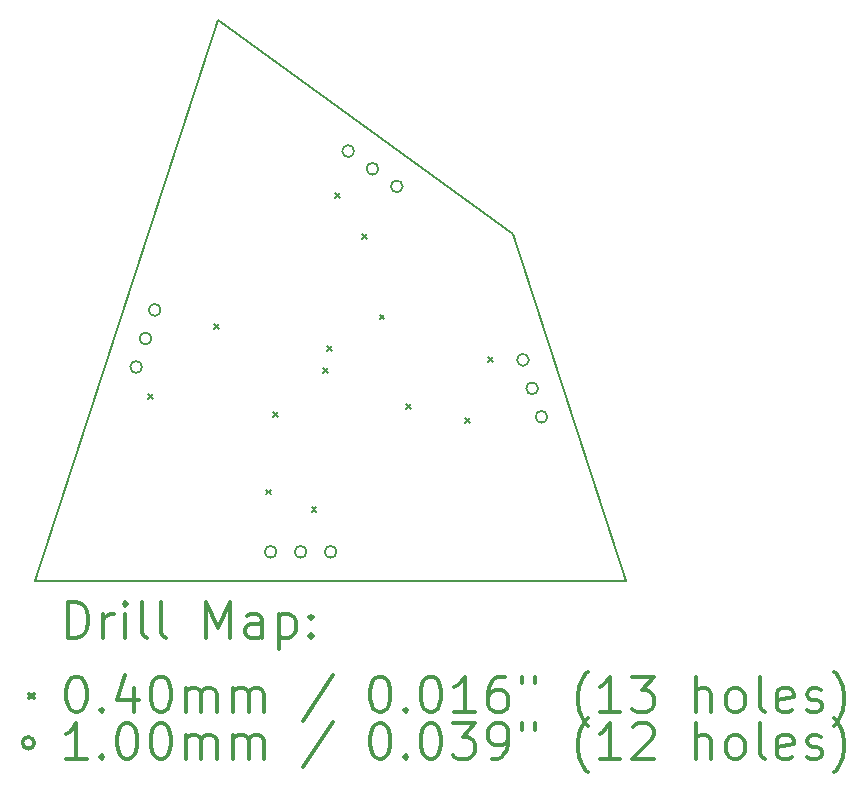
<source format=gbr>
%FSLAX45Y45*%
G04 Gerber Fmt 4.5, Leading zero omitted, Abs format (unit mm)*
G04 Created by KiCad (PCBNEW 5.1.8) date 2021-01-22 11:45:06*
%MOMM*%
%LPD*%
G01*
G04 APERTURE LIST*
%TA.AperFunction,Profile*%
%ADD10C,0.200000*%
%TD*%
%ADD11C,0.200000*%
%ADD12C,0.300000*%
G04 APERTURE END LIST*
D10*
X10486767Y-12307528D02*
X15486150Y-12304924D01*
X12031922Y-7554635D02*
X14531514Y-9368469D01*
X14531514Y-9368469D02*
X15486150Y-12304924D01*
X12031922Y-7554635D02*
X10486767Y-12307528D01*
D11*
X11441750Y-10724200D02*
X11481750Y-10764200D01*
X11481750Y-10724200D02*
X11441750Y-10764200D01*
X12000550Y-10127300D02*
X12040550Y-10167300D01*
X12040550Y-10127300D02*
X12000550Y-10167300D01*
X12438700Y-11530650D02*
X12478700Y-11570650D01*
X12478700Y-11530650D02*
X12438700Y-11570650D01*
X12502200Y-10871520D02*
X12542200Y-10911520D01*
X12542200Y-10871520D02*
X12502200Y-10911520D01*
X12826050Y-11676700D02*
X12866050Y-11716700D01*
X12866050Y-11676700D02*
X12826050Y-11716700D01*
X12921300Y-10501950D02*
X12961300Y-10541950D01*
X12961300Y-10501950D02*
X12921300Y-10541950D01*
X12959400Y-10317800D02*
X12999400Y-10357800D01*
X12999400Y-10317800D02*
X12959400Y-10357800D01*
X13022900Y-9022400D02*
X13062900Y-9062400D01*
X13062900Y-9022400D02*
X13022900Y-9062400D01*
X13251500Y-9365300D02*
X13291500Y-9405300D01*
X13291500Y-9365300D02*
X13251500Y-9405300D01*
X13401360Y-10048560D02*
X13441360Y-10088560D01*
X13441360Y-10048560D02*
X13401360Y-10088560D01*
X13627420Y-10805480D02*
X13667420Y-10845480D01*
X13667420Y-10805480D02*
X13627420Y-10845480D01*
X14127800Y-10927400D02*
X14167800Y-10967400D01*
X14167800Y-10927400D02*
X14127800Y-10967400D01*
X14318300Y-10406700D02*
X14358300Y-10446700D01*
X14358300Y-10406700D02*
X14318300Y-10446700D01*
X12528458Y-12056394D02*
G75*
G03*
X12528458Y-12056394I-50000J0D01*
G01*
X12782458Y-12056394D02*
G75*
G03*
X12782458Y-12056394I-50000J0D01*
G01*
X13036458Y-12056394D02*
G75*
G03*
X13036458Y-12056394I-50000J0D01*
G01*
X13184779Y-8663747D02*
G75*
G03*
X13184779Y-8663747I-50000J0D01*
G01*
X13390269Y-8813044D02*
G75*
G03*
X13390269Y-8813044I-50000J0D01*
G01*
X13595759Y-8962342D02*
G75*
G03*
X13595759Y-8962342I-50000J0D01*
G01*
X14664112Y-10430886D02*
G75*
G03*
X14664112Y-10430886I-50000J0D01*
G01*
X14742603Y-10672454D02*
G75*
G03*
X14742603Y-10672454I-50000J0D01*
G01*
X14821093Y-10914023D02*
G75*
G03*
X14821093Y-10914023I-50000J0D01*
G01*
X11390094Y-10491297D02*
G75*
G03*
X11390094Y-10491297I-50000J0D01*
G01*
X11468585Y-10249728D02*
G75*
G03*
X11468585Y-10249728I-50000J0D01*
G01*
X11547075Y-10008160D02*
G75*
G03*
X11547075Y-10008160I-50000J0D01*
G01*
D12*
X10763195Y-12783242D02*
X10763195Y-12483242D01*
X10834624Y-12483242D01*
X10877481Y-12497528D01*
X10906052Y-12526100D01*
X10920338Y-12554671D01*
X10934624Y-12611814D01*
X10934624Y-12654671D01*
X10920338Y-12711814D01*
X10906052Y-12740385D01*
X10877481Y-12768957D01*
X10834624Y-12783242D01*
X10763195Y-12783242D01*
X11063195Y-12783242D02*
X11063195Y-12583242D01*
X11063195Y-12640385D02*
X11077481Y-12611814D01*
X11091767Y-12597528D01*
X11120338Y-12583242D01*
X11148910Y-12583242D01*
X11248909Y-12783242D02*
X11248909Y-12583242D01*
X11248909Y-12483242D02*
X11234624Y-12497528D01*
X11248909Y-12511814D01*
X11263195Y-12497528D01*
X11248909Y-12483242D01*
X11248909Y-12511814D01*
X11434624Y-12783242D02*
X11406052Y-12768957D01*
X11391767Y-12740385D01*
X11391767Y-12483242D01*
X11591767Y-12783242D02*
X11563195Y-12768957D01*
X11548909Y-12740385D01*
X11548909Y-12483242D01*
X11934624Y-12783242D02*
X11934624Y-12483242D01*
X12034624Y-12697528D01*
X12134624Y-12483242D01*
X12134624Y-12783242D01*
X12406052Y-12783242D02*
X12406052Y-12626100D01*
X12391767Y-12597528D01*
X12363195Y-12583242D01*
X12306052Y-12583242D01*
X12277481Y-12597528D01*
X12406052Y-12768957D02*
X12377481Y-12783242D01*
X12306052Y-12783242D01*
X12277481Y-12768957D01*
X12263195Y-12740385D01*
X12263195Y-12711814D01*
X12277481Y-12683242D01*
X12306052Y-12668957D01*
X12377481Y-12668957D01*
X12406052Y-12654671D01*
X12548909Y-12583242D02*
X12548909Y-12883242D01*
X12548909Y-12597528D02*
X12577481Y-12583242D01*
X12634624Y-12583242D01*
X12663195Y-12597528D01*
X12677481Y-12611814D01*
X12691767Y-12640385D01*
X12691767Y-12726100D01*
X12677481Y-12754671D01*
X12663195Y-12768957D01*
X12634624Y-12783242D01*
X12577481Y-12783242D01*
X12548909Y-12768957D01*
X12820338Y-12754671D02*
X12834624Y-12768957D01*
X12820338Y-12783242D01*
X12806052Y-12768957D01*
X12820338Y-12754671D01*
X12820338Y-12783242D01*
X12820338Y-12597528D02*
X12834624Y-12611814D01*
X12820338Y-12626100D01*
X12806052Y-12611814D01*
X12820338Y-12597528D01*
X12820338Y-12626100D01*
X10436767Y-13257528D02*
X10476767Y-13297528D01*
X10476767Y-13257528D02*
X10436767Y-13297528D01*
X10820338Y-13113242D02*
X10848910Y-13113242D01*
X10877481Y-13127528D01*
X10891767Y-13141814D01*
X10906052Y-13170385D01*
X10920338Y-13227528D01*
X10920338Y-13298957D01*
X10906052Y-13356100D01*
X10891767Y-13384671D01*
X10877481Y-13398957D01*
X10848910Y-13413242D01*
X10820338Y-13413242D01*
X10791767Y-13398957D01*
X10777481Y-13384671D01*
X10763195Y-13356100D01*
X10748910Y-13298957D01*
X10748910Y-13227528D01*
X10763195Y-13170385D01*
X10777481Y-13141814D01*
X10791767Y-13127528D01*
X10820338Y-13113242D01*
X11048910Y-13384671D02*
X11063195Y-13398957D01*
X11048910Y-13413242D01*
X11034624Y-13398957D01*
X11048910Y-13384671D01*
X11048910Y-13413242D01*
X11320338Y-13213242D02*
X11320338Y-13413242D01*
X11248909Y-13098957D02*
X11177481Y-13313242D01*
X11363195Y-13313242D01*
X11534624Y-13113242D02*
X11563195Y-13113242D01*
X11591767Y-13127528D01*
X11606052Y-13141814D01*
X11620338Y-13170385D01*
X11634624Y-13227528D01*
X11634624Y-13298957D01*
X11620338Y-13356100D01*
X11606052Y-13384671D01*
X11591767Y-13398957D01*
X11563195Y-13413242D01*
X11534624Y-13413242D01*
X11506052Y-13398957D01*
X11491767Y-13384671D01*
X11477481Y-13356100D01*
X11463195Y-13298957D01*
X11463195Y-13227528D01*
X11477481Y-13170385D01*
X11491767Y-13141814D01*
X11506052Y-13127528D01*
X11534624Y-13113242D01*
X11763195Y-13413242D02*
X11763195Y-13213242D01*
X11763195Y-13241814D02*
X11777481Y-13227528D01*
X11806052Y-13213242D01*
X11848909Y-13213242D01*
X11877481Y-13227528D01*
X11891767Y-13256100D01*
X11891767Y-13413242D01*
X11891767Y-13256100D02*
X11906052Y-13227528D01*
X11934624Y-13213242D01*
X11977481Y-13213242D01*
X12006052Y-13227528D01*
X12020338Y-13256100D01*
X12020338Y-13413242D01*
X12163195Y-13413242D02*
X12163195Y-13213242D01*
X12163195Y-13241814D02*
X12177481Y-13227528D01*
X12206052Y-13213242D01*
X12248909Y-13213242D01*
X12277481Y-13227528D01*
X12291767Y-13256100D01*
X12291767Y-13413242D01*
X12291767Y-13256100D02*
X12306052Y-13227528D01*
X12334624Y-13213242D01*
X12377481Y-13213242D01*
X12406052Y-13227528D01*
X12420338Y-13256100D01*
X12420338Y-13413242D01*
X13006052Y-13098957D02*
X12748909Y-13484671D01*
X13391767Y-13113242D02*
X13420338Y-13113242D01*
X13448909Y-13127528D01*
X13463195Y-13141814D01*
X13477481Y-13170385D01*
X13491767Y-13227528D01*
X13491767Y-13298957D01*
X13477481Y-13356100D01*
X13463195Y-13384671D01*
X13448909Y-13398957D01*
X13420338Y-13413242D01*
X13391767Y-13413242D01*
X13363195Y-13398957D01*
X13348909Y-13384671D01*
X13334624Y-13356100D01*
X13320338Y-13298957D01*
X13320338Y-13227528D01*
X13334624Y-13170385D01*
X13348909Y-13141814D01*
X13363195Y-13127528D01*
X13391767Y-13113242D01*
X13620338Y-13384671D02*
X13634624Y-13398957D01*
X13620338Y-13413242D01*
X13606052Y-13398957D01*
X13620338Y-13384671D01*
X13620338Y-13413242D01*
X13820338Y-13113242D02*
X13848909Y-13113242D01*
X13877481Y-13127528D01*
X13891767Y-13141814D01*
X13906052Y-13170385D01*
X13920338Y-13227528D01*
X13920338Y-13298957D01*
X13906052Y-13356100D01*
X13891767Y-13384671D01*
X13877481Y-13398957D01*
X13848909Y-13413242D01*
X13820338Y-13413242D01*
X13791767Y-13398957D01*
X13777481Y-13384671D01*
X13763195Y-13356100D01*
X13748909Y-13298957D01*
X13748909Y-13227528D01*
X13763195Y-13170385D01*
X13777481Y-13141814D01*
X13791767Y-13127528D01*
X13820338Y-13113242D01*
X14206052Y-13413242D02*
X14034624Y-13413242D01*
X14120338Y-13413242D02*
X14120338Y-13113242D01*
X14091767Y-13156100D01*
X14063195Y-13184671D01*
X14034624Y-13198957D01*
X14463195Y-13113242D02*
X14406052Y-13113242D01*
X14377481Y-13127528D01*
X14363195Y-13141814D01*
X14334624Y-13184671D01*
X14320338Y-13241814D01*
X14320338Y-13356100D01*
X14334624Y-13384671D01*
X14348909Y-13398957D01*
X14377481Y-13413242D01*
X14434624Y-13413242D01*
X14463195Y-13398957D01*
X14477481Y-13384671D01*
X14491767Y-13356100D01*
X14491767Y-13284671D01*
X14477481Y-13256100D01*
X14463195Y-13241814D01*
X14434624Y-13227528D01*
X14377481Y-13227528D01*
X14348909Y-13241814D01*
X14334624Y-13256100D01*
X14320338Y-13284671D01*
X14606052Y-13113242D02*
X14606052Y-13170385D01*
X14720338Y-13113242D02*
X14720338Y-13170385D01*
X15163195Y-13527528D02*
X15148909Y-13513242D01*
X15120338Y-13470385D01*
X15106052Y-13441814D01*
X15091767Y-13398957D01*
X15077481Y-13327528D01*
X15077481Y-13270385D01*
X15091767Y-13198957D01*
X15106052Y-13156100D01*
X15120338Y-13127528D01*
X15148909Y-13084671D01*
X15163195Y-13070385D01*
X15434624Y-13413242D02*
X15263195Y-13413242D01*
X15348909Y-13413242D02*
X15348909Y-13113242D01*
X15320338Y-13156100D01*
X15291767Y-13184671D01*
X15263195Y-13198957D01*
X15534624Y-13113242D02*
X15720338Y-13113242D01*
X15620338Y-13227528D01*
X15663195Y-13227528D01*
X15691767Y-13241814D01*
X15706052Y-13256100D01*
X15720338Y-13284671D01*
X15720338Y-13356100D01*
X15706052Y-13384671D01*
X15691767Y-13398957D01*
X15663195Y-13413242D01*
X15577481Y-13413242D01*
X15548909Y-13398957D01*
X15534624Y-13384671D01*
X16077481Y-13413242D02*
X16077481Y-13113242D01*
X16206052Y-13413242D02*
X16206052Y-13256100D01*
X16191767Y-13227528D01*
X16163195Y-13213242D01*
X16120338Y-13213242D01*
X16091767Y-13227528D01*
X16077481Y-13241814D01*
X16391767Y-13413242D02*
X16363195Y-13398957D01*
X16348909Y-13384671D01*
X16334624Y-13356100D01*
X16334624Y-13270385D01*
X16348909Y-13241814D01*
X16363195Y-13227528D01*
X16391767Y-13213242D01*
X16434624Y-13213242D01*
X16463195Y-13227528D01*
X16477481Y-13241814D01*
X16491767Y-13270385D01*
X16491767Y-13356100D01*
X16477481Y-13384671D01*
X16463195Y-13398957D01*
X16434624Y-13413242D01*
X16391767Y-13413242D01*
X16663195Y-13413242D02*
X16634624Y-13398957D01*
X16620338Y-13370385D01*
X16620338Y-13113242D01*
X16891767Y-13398957D02*
X16863195Y-13413242D01*
X16806052Y-13413242D01*
X16777481Y-13398957D01*
X16763195Y-13370385D01*
X16763195Y-13256100D01*
X16777481Y-13227528D01*
X16806052Y-13213242D01*
X16863195Y-13213242D01*
X16891767Y-13227528D01*
X16906052Y-13256100D01*
X16906052Y-13284671D01*
X16763195Y-13313242D01*
X17020338Y-13398957D02*
X17048910Y-13413242D01*
X17106052Y-13413242D01*
X17134624Y-13398957D01*
X17148910Y-13370385D01*
X17148910Y-13356100D01*
X17134624Y-13327528D01*
X17106052Y-13313242D01*
X17063195Y-13313242D01*
X17034624Y-13298957D01*
X17020338Y-13270385D01*
X17020338Y-13256100D01*
X17034624Y-13227528D01*
X17063195Y-13213242D01*
X17106052Y-13213242D01*
X17134624Y-13227528D01*
X17248910Y-13527528D02*
X17263195Y-13513242D01*
X17291767Y-13470385D01*
X17306052Y-13441814D01*
X17320338Y-13398957D01*
X17334624Y-13327528D01*
X17334624Y-13270385D01*
X17320338Y-13198957D01*
X17306052Y-13156100D01*
X17291767Y-13127528D01*
X17263195Y-13084671D01*
X17248910Y-13070385D01*
X10476767Y-13673528D02*
G75*
G03*
X10476767Y-13673528I-50000J0D01*
G01*
X10920338Y-13809242D02*
X10748910Y-13809242D01*
X10834624Y-13809242D02*
X10834624Y-13509242D01*
X10806052Y-13552100D01*
X10777481Y-13580671D01*
X10748910Y-13594957D01*
X11048910Y-13780671D02*
X11063195Y-13794957D01*
X11048910Y-13809242D01*
X11034624Y-13794957D01*
X11048910Y-13780671D01*
X11048910Y-13809242D01*
X11248909Y-13509242D02*
X11277481Y-13509242D01*
X11306052Y-13523528D01*
X11320338Y-13537814D01*
X11334624Y-13566385D01*
X11348909Y-13623528D01*
X11348909Y-13694957D01*
X11334624Y-13752100D01*
X11320338Y-13780671D01*
X11306052Y-13794957D01*
X11277481Y-13809242D01*
X11248909Y-13809242D01*
X11220338Y-13794957D01*
X11206052Y-13780671D01*
X11191767Y-13752100D01*
X11177481Y-13694957D01*
X11177481Y-13623528D01*
X11191767Y-13566385D01*
X11206052Y-13537814D01*
X11220338Y-13523528D01*
X11248909Y-13509242D01*
X11534624Y-13509242D02*
X11563195Y-13509242D01*
X11591767Y-13523528D01*
X11606052Y-13537814D01*
X11620338Y-13566385D01*
X11634624Y-13623528D01*
X11634624Y-13694957D01*
X11620338Y-13752100D01*
X11606052Y-13780671D01*
X11591767Y-13794957D01*
X11563195Y-13809242D01*
X11534624Y-13809242D01*
X11506052Y-13794957D01*
X11491767Y-13780671D01*
X11477481Y-13752100D01*
X11463195Y-13694957D01*
X11463195Y-13623528D01*
X11477481Y-13566385D01*
X11491767Y-13537814D01*
X11506052Y-13523528D01*
X11534624Y-13509242D01*
X11763195Y-13809242D02*
X11763195Y-13609242D01*
X11763195Y-13637814D02*
X11777481Y-13623528D01*
X11806052Y-13609242D01*
X11848909Y-13609242D01*
X11877481Y-13623528D01*
X11891767Y-13652100D01*
X11891767Y-13809242D01*
X11891767Y-13652100D02*
X11906052Y-13623528D01*
X11934624Y-13609242D01*
X11977481Y-13609242D01*
X12006052Y-13623528D01*
X12020338Y-13652100D01*
X12020338Y-13809242D01*
X12163195Y-13809242D02*
X12163195Y-13609242D01*
X12163195Y-13637814D02*
X12177481Y-13623528D01*
X12206052Y-13609242D01*
X12248909Y-13609242D01*
X12277481Y-13623528D01*
X12291767Y-13652100D01*
X12291767Y-13809242D01*
X12291767Y-13652100D02*
X12306052Y-13623528D01*
X12334624Y-13609242D01*
X12377481Y-13609242D01*
X12406052Y-13623528D01*
X12420338Y-13652100D01*
X12420338Y-13809242D01*
X13006052Y-13494957D02*
X12748909Y-13880671D01*
X13391767Y-13509242D02*
X13420338Y-13509242D01*
X13448909Y-13523528D01*
X13463195Y-13537814D01*
X13477481Y-13566385D01*
X13491767Y-13623528D01*
X13491767Y-13694957D01*
X13477481Y-13752100D01*
X13463195Y-13780671D01*
X13448909Y-13794957D01*
X13420338Y-13809242D01*
X13391767Y-13809242D01*
X13363195Y-13794957D01*
X13348909Y-13780671D01*
X13334624Y-13752100D01*
X13320338Y-13694957D01*
X13320338Y-13623528D01*
X13334624Y-13566385D01*
X13348909Y-13537814D01*
X13363195Y-13523528D01*
X13391767Y-13509242D01*
X13620338Y-13780671D02*
X13634624Y-13794957D01*
X13620338Y-13809242D01*
X13606052Y-13794957D01*
X13620338Y-13780671D01*
X13620338Y-13809242D01*
X13820338Y-13509242D02*
X13848909Y-13509242D01*
X13877481Y-13523528D01*
X13891767Y-13537814D01*
X13906052Y-13566385D01*
X13920338Y-13623528D01*
X13920338Y-13694957D01*
X13906052Y-13752100D01*
X13891767Y-13780671D01*
X13877481Y-13794957D01*
X13848909Y-13809242D01*
X13820338Y-13809242D01*
X13791767Y-13794957D01*
X13777481Y-13780671D01*
X13763195Y-13752100D01*
X13748909Y-13694957D01*
X13748909Y-13623528D01*
X13763195Y-13566385D01*
X13777481Y-13537814D01*
X13791767Y-13523528D01*
X13820338Y-13509242D01*
X14020338Y-13509242D02*
X14206052Y-13509242D01*
X14106052Y-13623528D01*
X14148909Y-13623528D01*
X14177481Y-13637814D01*
X14191767Y-13652100D01*
X14206052Y-13680671D01*
X14206052Y-13752100D01*
X14191767Y-13780671D01*
X14177481Y-13794957D01*
X14148909Y-13809242D01*
X14063195Y-13809242D01*
X14034624Y-13794957D01*
X14020338Y-13780671D01*
X14348909Y-13809242D02*
X14406052Y-13809242D01*
X14434624Y-13794957D01*
X14448909Y-13780671D01*
X14477481Y-13737814D01*
X14491767Y-13680671D01*
X14491767Y-13566385D01*
X14477481Y-13537814D01*
X14463195Y-13523528D01*
X14434624Y-13509242D01*
X14377481Y-13509242D01*
X14348909Y-13523528D01*
X14334624Y-13537814D01*
X14320338Y-13566385D01*
X14320338Y-13637814D01*
X14334624Y-13666385D01*
X14348909Y-13680671D01*
X14377481Y-13694957D01*
X14434624Y-13694957D01*
X14463195Y-13680671D01*
X14477481Y-13666385D01*
X14491767Y-13637814D01*
X14606052Y-13509242D02*
X14606052Y-13566385D01*
X14720338Y-13509242D02*
X14720338Y-13566385D01*
X15163195Y-13923528D02*
X15148909Y-13909242D01*
X15120338Y-13866385D01*
X15106052Y-13837814D01*
X15091767Y-13794957D01*
X15077481Y-13723528D01*
X15077481Y-13666385D01*
X15091767Y-13594957D01*
X15106052Y-13552100D01*
X15120338Y-13523528D01*
X15148909Y-13480671D01*
X15163195Y-13466385D01*
X15434624Y-13809242D02*
X15263195Y-13809242D01*
X15348909Y-13809242D02*
X15348909Y-13509242D01*
X15320338Y-13552100D01*
X15291767Y-13580671D01*
X15263195Y-13594957D01*
X15548909Y-13537814D02*
X15563195Y-13523528D01*
X15591767Y-13509242D01*
X15663195Y-13509242D01*
X15691767Y-13523528D01*
X15706052Y-13537814D01*
X15720338Y-13566385D01*
X15720338Y-13594957D01*
X15706052Y-13637814D01*
X15534624Y-13809242D01*
X15720338Y-13809242D01*
X16077481Y-13809242D02*
X16077481Y-13509242D01*
X16206052Y-13809242D02*
X16206052Y-13652100D01*
X16191767Y-13623528D01*
X16163195Y-13609242D01*
X16120338Y-13609242D01*
X16091767Y-13623528D01*
X16077481Y-13637814D01*
X16391767Y-13809242D02*
X16363195Y-13794957D01*
X16348909Y-13780671D01*
X16334624Y-13752100D01*
X16334624Y-13666385D01*
X16348909Y-13637814D01*
X16363195Y-13623528D01*
X16391767Y-13609242D01*
X16434624Y-13609242D01*
X16463195Y-13623528D01*
X16477481Y-13637814D01*
X16491767Y-13666385D01*
X16491767Y-13752100D01*
X16477481Y-13780671D01*
X16463195Y-13794957D01*
X16434624Y-13809242D01*
X16391767Y-13809242D01*
X16663195Y-13809242D02*
X16634624Y-13794957D01*
X16620338Y-13766385D01*
X16620338Y-13509242D01*
X16891767Y-13794957D02*
X16863195Y-13809242D01*
X16806052Y-13809242D01*
X16777481Y-13794957D01*
X16763195Y-13766385D01*
X16763195Y-13652100D01*
X16777481Y-13623528D01*
X16806052Y-13609242D01*
X16863195Y-13609242D01*
X16891767Y-13623528D01*
X16906052Y-13652100D01*
X16906052Y-13680671D01*
X16763195Y-13709242D01*
X17020338Y-13794957D02*
X17048910Y-13809242D01*
X17106052Y-13809242D01*
X17134624Y-13794957D01*
X17148910Y-13766385D01*
X17148910Y-13752100D01*
X17134624Y-13723528D01*
X17106052Y-13709242D01*
X17063195Y-13709242D01*
X17034624Y-13694957D01*
X17020338Y-13666385D01*
X17020338Y-13652100D01*
X17034624Y-13623528D01*
X17063195Y-13609242D01*
X17106052Y-13609242D01*
X17134624Y-13623528D01*
X17248910Y-13923528D02*
X17263195Y-13909242D01*
X17291767Y-13866385D01*
X17306052Y-13837814D01*
X17320338Y-13794957D01*
X17334624Y-13723528D01*
X17334624Y-13666385D01*
X17320338Y-13594957D01*
X17306052Y-13552100D01*
X17291767Y-13523528D01*
X17263195Y-13480671D01*
X17248910Y-13466385D01*
M02*

</source>
